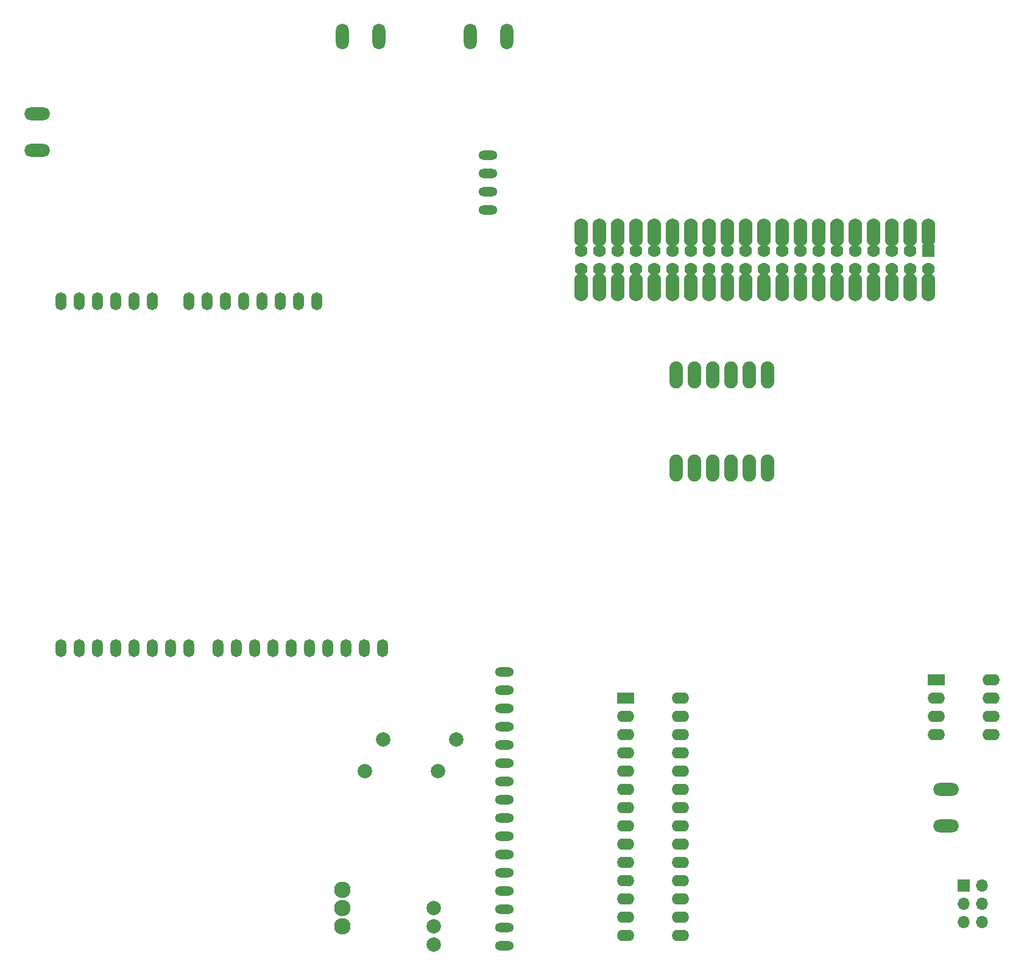
<source format=gbr>
G04 #@! TF.GenerationSoftware,KiCad,Pcbnew,5.0.2-bee76a0~70~ubuntu18.04.1*
G04 #@! TF.CreationDate,2019-01-08T12:20:38-06:00*
G04 #@! TF.ProjectId,MPPT_LCD_Pi,4d505054-5f4c-4434-945f-50692e6b6963,rev?*
G04 #@! TF.SameCoordinates,Original*
G04 #@! TF.FileFunction,Copper,L1,Top*
G04 #@! TF.FilePolarity,Positive*
%FSLAX46Y46*%
G04 Gerber Fmt 4.6, Leading zero omitted, Abs format (unit mm)*
G04 Created by KiCad (PCBNEW 5.0.2-bee76a0~70~ubuntu18.04.1) date Tue 08 Jan 2019 12:20:38 PM CST*
%MOMM*%
%LPD*%
G01*
G04 APERTURE LIST*
G04 #@! TA.AperFunction,ComponentPad*
%ADD10O,1.930400X3.860800*%
G04 #@! TD*
G04 #@! TA.AperFunction,ComponentPad*
%ADD11C,1.778000*%
G04 #@! TD*
G04 #@! TA.AperFunction,ComponentPad*
%ADD12R,1.778000X1.778000*%
G04 #@! TD*
G04 #@! TA.AperFunction,ComponentPad*
%ADD13O,1.500000X2.500000*%
G04 #@! TD*
G04 #@! TA.AperFunction,ComponentPad*
%ADD14R,2.400000X1.600000*%
G04 #@! TD*
G04 #@! TA.AperFunction,ComponentPad*
%ADD15O,2.400000X1.600000*%
G04 #@! TD*
G04 #@! TA.AperFunction,ComponentPad*
%ADD16C,2.000000*%
G04 #@! TD*
G04 #@! TA.AperFunction,ComponentPad*
%ADD17C,2.300000*%
G04 #@! TD*
G04 #@! TA.AperFunction,ComponentPad*
%ADD18O,2.616000X1.308000*%
G04 #@! TD*
G04 #@! TA.AperFunction,ComponentPad*
%ADD19O,3.581400X1.790700*%
G04 #@! TD*
G04 #@! TA.AperFunction,ComponentPad*
%ADD20O,1.790700X3.581400*%
G04 #@! TD*
G04 #@! TA.AperFunction,ComponentPad*
%ADD21O,1.879600X3.759200*%
G04 #@! TD*
G04 #@! TA.AperFunction,ComponentPad*
%ADD22R,1.700000X1.700000*%
G04 #@! TD*
G04 #@! TA.AperFunction,ComponentPad*
%ADD23O,1.700000X1.700000*%
G04 #@! TD*
G04 APERTURE END LIST*
D10*
G04 #@! TO.P,U$1,40_LONG*
G04 #@! TO.N,Net-(U$1-Pad40)*
X86578082Y-44478328D03*
G04 #@! TO.P,U$1,38_LONG*
G04 #@! TO.N,Net-(U$1-Pad38)*
X89118082Y-44478328D03*
G04 #@! TO.P,U$1,36_LONG*
G04 #@! TO.N,Net-(U$1-Pad36)*
X91658082Y-44478328D03*
G04 #@! TO.P,U$1,34_LONG*
G04 #@! TO.N,Net-(U$1-Pad34)*
X94198082Y-44478328D03*
G04 #@! TO.P,U$1,32_LONG*
G04 #@! TO.N,Net-(U$1-Pad32)*
X96738082Y-44478328D03*
G04 #@! TO.P,U$1,30_LONG*
G04 #@! TO.N,Net-(U$1-Pad30)*
X99278082Y-44478328D03*
G04 #@! TO.P,U$1,28_LONG*
G04 #@! TO.N,Net-(U$1-Pad28)*
X101818082Y-44478328D03*
G04 #@! TO.P,U$1,26_LONG*
G04 #@! TO.N,Net-(U$1-Pad26)*
X104358082Y-44478328D03*
G04 #@! TO.P,U$1,24_LONG*
G04 #@! TO.N,Net-(U$1-Pad24)*
X106898082Y-44478328D03*
G04 #@! TO.P,U$1,22_LONG*
G04 #@! TO.N,Net-(U$1-Pad22)*
X109438082Y-44478328D03*
G04 #@! TO.P,U$1,20_LONG*
G04 #@! TO.N,Net-(U$1-Pad20)*
X111978082Y-44478328D03*
G04 #@! TO.P,U$1,18_LONG*
G04 #@! TO.N,Net-(U$1-Pad18)*
X114518082Y-44478328D03*
G04 #@! TO.P,U$1,16_LONG*
G04 #@! TO.N,Net-(U$1-Pad16)*
X117058082Y-44478328D03*
G04 #@! TO.P,U$1,14_LONG*
G04 #@! TO.N,Net-(U$1-Pad14)*
X119598082Y-44478328D03*
G04 #@! TO.P,U$1,12_LONG*
G04 #@! TO.N,Net-(U$1-Pad12)*
X122138082Y-44478328D03*
G04 #@! TO.P,U$1,10_LONG*
G04 #@! TO.N,Net-(U$1-Pad10)*
X124678082Y-44478328D03*
G04 #@! TO.P,U$1,8_LONG*
G04 #@! TO.N,Net-(U$1-Pad8)*
X127218082Y-44478328D03*
G04 #@! TO.P,U$1,6_LONG*
G04 #@! TO.N,Net-(U$1-Pad6)*
X129758082Y-44478328D03*
G04 #@! TO.P,U$1,4_LONG*
G04 #@! TO.N,Net-(U$1-Pad4)*
X132298082Y-44478328D03*
G04 #@! TO.P,U$1,2_LONG*
G04 #@! TO.N,/5V_Pi*
X134838082Y-44478328D03*
G04 #@! TO.P,U$1,39_LONG*
G04 #@! TO.N,Net-(U$1-Pad39)*
X86578082Y-36858329D03*
G04 #@! TO.P,U$1,37_LONG*
G04 #@! TO.N,Net-(U$1-Pad37)*
X89118082Y-36858329D03*
G04 #@! TO.P,U$1,35_LONG*
G04 #@! TO.N,Net-(U$1-Pad35)*
X91658082Y-36858329D03*
G04 #@! TO.P,U$1,33_LONG*
G04 #@! TO.N,Net-(U$1-Pad33)*
X94198082Y-36858329D03*
G04 #@! TO.P,U$1,31_LONG*
G04 #@! TO.N,Net-(U$1-Pad31)*
X96738082Y-36858329D03*
G04 #@! TO.P,U$1,29_LONG*
G04 #@! TO.N,Net-(U$1-Pad29)*
X99278082Y-36858329D03*
G04 #@! TO.P,U$1,27_LONG*
G04 #@! TO.N,Net-(U$1-Pad27)*
X101818082Y-36858329D03*
G04 #@! TO.P,U$1,25_LONG*
G04 #@! TO.N,Net-(U$1-Pad25)*
X104358082Y-36858329D03*
G04 #@! TO.P,U$1,23_LONG*
G04 #@! TO.N,Net-(U$1-Pad23)*
X106898082Y-36858329D03*
G04 #@! TO.P,U$1,21_LONG*
G04 #@! TO.N,Net-(U$1-Pad21)*
X109438082Y-36858329D03*
G04 #@! TO.P,U$1,19_LONG*
G04 #@! TO.N,Net-(U$1-Pad19)*
X111978082Y-36858329D03*
G04 #@! TO.P,U$1,17_LONG*
G04 #@! TO.N,+3V3*
X114518082Y-36858329D03*
G04 #@! TO.P,U$1,15_LONG*
G04 #@! TO.N,Net-(U$1-Pad15)*
X117058082Y-36858329D03*
G04 #@! TO.P,U$1,13_LONG*
G04 #@! TO.N,Net-(U$1-Pad13)*
X119598082Y-36858329D03*
G04 #@! TO.P,U$1,11_LONG*
G04 #@! TO.N,Net-(U$1-Pad11)*
X122138082Y-36858329D03*
G04 #@! TO.P,U$1,9_LONG*
G04 #@! TO.N,Net-(U$1-Pad9)*
X124678082Y-36858329D03*
G04 #@! TO.P,U$1,7_LONG*
G04 #@! TO.N,Net-(U$1-Pad7)*
X127218082Y-36858329D03*
G04 #@! TO.P,U$1,5_LONG*
G04 #@! TO.N,Net-(U$1-Pad5)*
X129758082Y-36858329D03*
G04 #@! TO.P,U$1,3_LONG*
G04 #@! TO.N,Net-(U$1-Pad3)*
X132298082Y-36858329D03*
G04 #@! TO.P,U$1,1_LONG*
G04 #@! TO.N,Net-(U$1-Pad1)*
X134838082Y-36858329D03*
D11*
G04 #@! TO.P,U$1,40*
G04 #@! TO.N,Net-(U$1-Pad40)*
X86562650Y-41920218D03*
G04 #@! TO.P,U$1,39*
G04 #@! TO.N,Net-(U$1-Pad39)*
X86562650Y-39380219D03*
G04 #@! TO.P,U$1,38*
G04 #@! TO.N,Net-(U$1-Pad38)*
X89102650Y-41920218D03*
G04 #@! TO.P,U$1,37*
G04 #@! TO.N,Net-(U$1-Pad37)*
X89102650Y-39380219D03*
G04 #@! TO.P,U$1,36*
G04 #@! TO.N,Net-(U$1-Pad36)*
X91642650Y-41920218D03*
G04 #@! TO.P,U$1,35*
G04 #@! TO.N,Net-(U$1-Pad35)*
X91642650Y-39380219D03*
G04 #@! TO.P,U$1,34*
G04 #@! TO.N,Net-(U$1-Pad34)*
X94182650Y-41920218D03*
G04 #@! TO.P,U$1,33*
G04 #@! TO.N,Net-(U$1-Pad33)*
X94182650Y-39380219D03*
G04 #@! TO.P,U$1,32*
G04 #@! TO.N,Net-(U$1-Pad32)*
X96722650Y-41920218D03*
G04 #@! TO.P,U$1,31*
G04 #@! TO.N,Net-(U$1-Pad31)*
X96722650Y-39380219D03*
G04 #@! TO.P,U$1,30*
G04 #@! TO.N,Net-(U$1-Pad30)*
X99262650Y-41920218D03*
G04 #@! TO.P,U$1,29*
G04 #@! TO.N,Net-(U$1-Pad29)*
X99262650Y-39380219D03*
G04 #@! TO.P,U$1,28*
G04 #@! TO.N,Net-(U$1-Pad28)*
X101802650Y-41920218D03*
G04 #@! TO.P,U$1,27*
G04 #@! TO.N,Net-(U$1-Pad27)*
X101802650Y-39380219D03*
G04 #@! TO.P,U$1,26*
G04 #@! TO.N,Net-(U$1-Pad26)*
X104342650Y-41920218D03*
G04 #@! TO.P,U$1,25*
G04 #@! TO.N,Net-(U$1-Pad25)*
X104342650Y-39380219D03*
G04 #@! TO.P,U$1,24*
G04 #@! TO.N,Net-(U$1-Pad24)*
X106882650Y-41920218D03*
G04 #@! TO.P,U$1,23*
G04 #@! TO.N,Net-(U$1-Pad23)*
X106882650Y-39380219D03*
G04 #@! TO.P,U$1,22*
G04 #@! TO.N,Net-(U$1-Pad22)*
X109422650Y-41920218D03*
G04 #@! TO.P,U$1,21*
G04 #@! TO.N,Net-(U$1-Pad21)*
X109422650Y-39380219D03*
G04 #@! TO.P,U$1,20*
G04 #@! TO.N,Net-(U$1-Pad20)*
X111962650Y-41920218D03*
G04 #@! TO.P,U$1,19*
G04 #@! TO.N,Net-(U$1-Pad19)*
X111962650Y-39380219D03*
G04 #@! TO.P,U$1,18*
G04 #@! TO.N,Net-(U$1-Pad18)*
X114502650Y-41920218D03*
G04 #@! TO.P,U$1,17*
G04 #@! TO.N,+3V3*
X114502650Y-39380219D03*
G04 #@! TO.P,U$1,16*
G04 #@! TO.N,Net-(U$1-Pad16)*
X117042650Y-41920218D03*
G04 #@! TO.P,U$1,15*
G04 #@! TO.N,Net-(U$1-Pad15)*
X117042650Y-39380219D03*
G04 #@! TO.P,U$1,14*
G04 #@! TO.N,Net-(U$1-Pad14)*
X119582650Y-41920218D03*
G04 #@! TO.P,U$1,13*
G04 #@! TO.N,Net-(U$1-Pad13)*
X119582650Y-39380219D03*
G04 #@! TO.P,U$1,12*
G04 #@! TO.N,Net-(U$1-Pad12)*
X122122650Y-41920218D03*
G04 #@! TO.P,U$1,11*
G04 #@! TO.N,Net-(U$1-Pad11)*
X122122650Y-39380219D03*
G04 #@! TO.P,U$1,10*
G04 #@! TO.N,Net-(U$1-Pad10)*
X124662650Y-41920218D03*
G04 #@! TO.P,U$1,9*
G04 #@! TO.N,Net-(U$1-Pad9)*
X124662650Y-39380219D03*
G04 #@! TO.P,U$1,8*
G04 #@! TO.N,Net-(U$1-Pad8)*
X127202650Y-41920218D03*
G04 #@! TO.P,U$1,7*
G04 #@! TO.N,Net-(U$1-Pad7)*
X127202650Y-39380219D03*
G04 #@! TO.P,U$1,6*
G04 #@! TO.N,Net-(U$1-Pad6)*
X129742650Y-41920218D03*
G04 #@! TO.P,U$1,5*
G04 #@! TO.N,Net-(U$1-Pad5)*
X129742650Y-39380219D03*
G04 #@! TO.P,U$1,4*
G04 #@! TO.N,Net-(U$1-Pad4)*
X132282650Y-41920218D03*
G04 #@! TO.P,U$1,3*
G04 #@! TO.N,Net-(U$1-Pad3)*
X132282650Y-39380219D03*
G04 #@! TO.P,U$1,2*
G04 #@! TO.N,/5V_Pi*
X134822650Y-41920218D03*
D12*
G04 #@! TO.P,U$1,1*
G04 #@! TO.N,Net-(U$1-Pad1)*
X134822650Y-39380219D03*
G04 #@! TD*
D13*
G04 #@! TO.P,A1,16*
G04 #@! TO.N,Net-(A1-Pad16)*
X16745999Y-94672669D03*
G04 #@! TO.P,A1,15*
G04 #@! TO.N,Net-(A1-Pad15)*
X14205999Y-94672669D03*
G04 #@! TO.P,A1,30*
G04 #@! TO.N,Net-(A1-Pad30)*
X53825999Y-94672669D03*
G04 #@! TO.P,A1,14*
G04 #@! TO.N,Net-(A1-Pad14)*
X14205999Y-46412669D03*
G04 #@! TO.P,A1,29*
G04 #@! TO.N,Net-(A1-Pad29)*
X51285999Y-94672669D03*
G04 #@! TO.P,A1,13*
G04 #@! TO.N,Net-(A1-Pad13)*
X16745999Y-46412669D03*
G04 #@! TO.P,A1,28*
G04 #@! TO.N,Net-(A1-Pad28)*
X48745999Y-94672669D03*
G04 #@! TO.P,A1,12*
G04 #@! TO.N,Net-(A1-Pad12)*
X19285999Y-46412669D03*
G04 #@! TO.P,A1,27*
G04 #@! TO.N,Net-(A1-Pad27)*
X46205999Y-94672669D03*
G04 #@! TO.P,A1,11*
G04 #@! TO.N,Net-(A1-Pad11)*
X21825999Y-46412669D03*
G04 #@! TO.P,A1,26*
G04 #@! TO.N,Net-(A1-Pad26)*
X43665999Y-94672669D03*
G04 #@! TO.P,A1,10*
G04 #@! TO.N,Net-(A1-Pad10)*
X24365999Y-46412669D03*
G04 #@! TO.P,A1,25*
G04 #@! TO.N,Net-(A1-Pad25)*
X41125999Y-94672669D03*
G04 #@! TO.P,A1,9*
G04 #@! TO.N,Net-(A1-Pad9)*
X26905999Y-46412669D03*
G04 #@! TO.P,A1,24*
G04 #@! TO.N,Net-(A1-Pad24)*
X38585999Y-94672669D03*
G04 #@! TO.P,A1,8*
G04 #@! TO.N,Net-(A1-Pad8)*
X31985999Y-46412669D03*
G04 #@! TO.P,A1,23*
G04 #@! TO.N,Net-(A1-Pad23)*
X36045999Y-94672669D03*
G04 #@! TO.P,A1,7*
G04 #@! TO.N,GND*
X34525999Y-46412669D03*
G04 #@! TO.P,A1,22*
G04 #@! TO.N,Net-(A1-Pad22)*
X31985999Y-94672669D03*
G04 #@! TO.P,A1,6*
G04 #@! TO.N,Net-(A1-Pad6)*
X37065999Y-46412669D03*
G04 #@! TO.P,A1,21*
G04 #@! TO.N,Net-(A1-Pad21)*
X29445999Y-94672669D03*
G04 #@! TO.P,A1,5*
G04 #@! TO.N,Net-(A1-Pad5)*
X39605999Y-46412669D03*
G04 #@! TO.P,A1,20*
G04 #@! TO.N,Net-(A1-Pad20)*
X26905999Y-94672669D03*
G04 #@! TO.P,A1,4*
G04 #@! TO.N,Net-(A1-Pad4)*
X42145999Y-46412669D03*
G04 #@! TO.P,A1,19*
G04 #@! TO.N,Net-(A1-Pad19)*
X24365999Y-94672669D03*
G04 #@! TO.P,A1,3*
G04 #@! TO.N,Net-(A1-Pad3)*
X44685999Y-46412669D03*
G04 #@! TO.P,A1,18*
G04 #@! TO.N,Net-(A1-Pad18)*
X21825999Y-94672669D03*
G04 #@! TO.P,A1,2*
G04 #@! TO.N,Net-(A1-Pad2)*
X47225999Y-46412669D03*
G04 #@! TO.P,A1,17*
G04 #@! TO.N,Net-(A1-Pad17)*
X19285999Y-94672669D03*
G04 #@! TO.P,A1,1*
G04 #@! TO.N,Net-(A1-Pad1)*
X49765999Y-46412669D03*
G04 #@! TO.P,A1,31*
G04 #@! TO.N,Net-(A1-Pad31)*
X56365999Y-94672669D03*
G04 #@! TO.P,A1,32*
G04 #@! TO.N,Net-(A1-Pad32)*
X58905999Y-94672669D03*
G04 #@! TD*
D14*
G04 #@! TO.P,IC1,1*
G04 #@! TO.N,Net-(IC1-Pad1)*
X92710000Y-101600000D03*
D15*
G04 #@! TO.P,IC1,15*
G04 #@! TO.N,Net-(IC1-Pad15)*
X100330000Y-134620000D03*
G04 #@! TO.P,IC1,2*
G04 #@! TO.N,Net-(IC1-Pad2)*
X92710000Y-104140000D03*
G04 #@! TO.P,IC1,16*
G04 #@! TO.N,Net-(IC1-Pad16)*
X100330000Y-132080000D03*
G04 #@! TO.P,IC1,3*
G04 #@! TO.N,Net-(IC1-Pad3)*
X92710000Y-106680000D03*
G04 #@! TO.P,IC1,17*
G04 #@! TO.N,Net-(IC1-Pad17)*
X100330000Y-129540000D03*
G04 #@! TO.P,IC1,4*
G04 #@! TO.N,Net-(IC1-Pad4)*
X92710000Y-109220000D03*
G04 #@! TO.P,IC1,18*
G04 #@! TO.N,+5V*
X100330000Y-127000000D03*
G04 #@! TO.P,IC1,5*
G04 #@! TO.N,Net-(IC1-Pad5)*
X92710000Y-111760000D03*
G04 #@! TO.P,IC1,19*
G04 #@! TO.N,Net-(IC1-Pad19)*
X100330000Y-124460000D03*
G04 #@! TO.P,IC1,6*
G04 #@! TO.N,Net-(IC1-Pad6)*
X92710000Y-114300000D03*
G04 #@! TO.P,IC1,20*
G04 #@! TO.N,Net-(IC1-Pad20)*
X100330000Y-121920000D03*
G04 #@! TO.P,IC1,7*
G04 #@! TO.N,Net-(IC1-Pad7)*
X92710000Y-116840000D03*
G04 #@! TO.P,IC1,21*
G04 #@! TO.N,Net-(IC1-Pad21)*
X100330000Y-119380000D03*
G04 #@! TO.P,IC1,8*
G04 #@! TO.N,Net-(IC1-Pad8)*
X92710000Y-119380000D03*
G04 #@! TO.P,IC1,22*
G04 #@! TO.N,Net-(IC1-Pad22)*
X100330000Y-116840000D03*
G04 #@! TO.P,IC1,9*
G04 #@! TO.N,+5V*
X92710000Y-121920000D03*
G04 #@! TO.P,IC1,23*
G04 #@! TO.N,Net-(IC1-Pad23)*
X100330000Y-114300000D03*
G04 #@! TO.P,IC1,10*
G04 #@! TO.N,GND*
X92710000Y-124460000D03*
G04 #@! TO.P,IC1,24*
G04 #@! TO.N,Net-(IC1-Pad24)*
X100330000Y-111760000D03*
G04 #@! TO.P,IC1,11*
G04 #@! TO.N,N/C*
X92710000Y-127000000D03*
G04 #@! TO.P,IC1,25*
G04 #@! TO.N,Net-(IC1-Pad25)*
X100330000Y-109220000D03*
G04 #@! TO.P,IC1,12*
G04 #@! TO.N,Net-(A1-Pad32)*
X92710000Y-129540000D03*
G04 #@! TO.P,IC1,26*
G04 #@! TO.N,Net-(IC1-Pad26)*
X100330000Y-106680000D03*
G04 #@! TO.P,IC1,13*
G04 #@! TO.N,Net-(IC1-Pad13)*
X92710000Y-132080000D03*
G04 #@! TO.P,IC1,27*
G04 #@! TO.N,Net-(IC1-Pad27)*
X100330000Y-104140000D03*
G04 #@! TO.P,IC1,14*
G04 #@! TO.N,N/C*
X92710000Y-134620000D03*
G04 #@! TO.P,IC1,28*
G04 #@! TO.N,Net-(IC1-Pad28)*
X100330000Y-101600000D03*
G04 #@! TD*
D14*
G04 #@! TO.P,SW1,1*
G04 #@! TO.N,Net-(IC1-Pad24)*
X135890000Y-99060000D03*
D15*
G04 #@! TO.P,SW1,5*
G04 #@! TO.N,GND*
X143510000Y-106680000D03*
G04 #@! TO.P,SW1,2*
G04 #@! TO.N,Net-(IC1-Pad23)*
X135890000Y-101600000D03*
G04 #@! TO.P,SW1,6*
G04 #@! TO.N,GND*
X143510000Y-104140000D03*
G04 #@! TO.P,SW1,3*
G04 #@! TO.N,Net-(IC1-Pad22)*
X135890000Y-104140000D03*
G04 #@! TO.P,SW1,7*
G04 #@! TO.N,GND*
X143510000Y-101600000D03*
G04 #@! TO.P,SW1,4*
G04 #@! TO.N,Net-(IC1-Pad21)*
X135890000Y-106680000D03*
G04 #@! TO.P,SW1,8*
G04 #@! TO.N,GND*
X143510000Y-99060000D03*
G04 #@! TD*
D16*
G04 #@! TO.P,TM1,1*
G04 #@! TO.N,GND*
X66040000Y-135890000D03*
G04 #@! TO.P,TM1,2*
G04 #@! TO.N,Net-(TM1-Pad2)*
X66040000Y-133350000D03*
G04 #@! TO.P,TM1,3*
G04 #@! TO.N,+5V*
X66040000Y-130810000D03*
G04 #@! TD*
D17*
G04 #@! TO.P,SW2,3*
G04 #@! TO.N,Net-(SW2-Pad3)*
X53340000Y-128270000D03*
G04 #@! TO.P,SW2,2*
G04 #@! TO.N,Net-(A1-Pad5)*
X53340000Y-130810000D03*
G04 #@! TO.P,SW2,1*
G04 #@! TO.N,+5V*
X53340000Y-133350000D03*
G04 #@! TD*
D18*
G04 #@! TO.P,X1,VCC*
G04 #@! TO.N,/5V_Pi*
X73620000Y-28650000D03*
G04 #@! TO.P,X1,GND*
G04 #@! TO.N,GND*
X73620000Y-26110000D03*
G04 #@! TO.P,X1,SCL*
G04 #@! TO.N,Net-(U$1-Pad5)*
X73620000Y-33730000D03*
G04 #@! TO.P,X1,SDA*
G04 #@! TO.N,Net-(U$1-Pad3)*
X73620000Y-31190000D03*
G04 #@! TD*
G04 #@! TO.P,X2,16*
G04 #@! TO.N,GND*
X75890000Y-97950000D03*
G04 #@! TO.P,X2,15*
G04 #@! TO.N,+5V*
X75890000Y-100490000D03*
G04 #@! TO.P,X2,14*
G04 #@! TO.N,Net-(IC1-Pad2)*
X75890000Y-103030000D03*
G04 #@! TO.P,X2,13*
G04 #@! TO.N,Net-(IC1-Pad3)*
X75890000Y-105570000D03*
G04 #@! TO.P,X2,12*
G04 #@! TO.N,Net-(IC1-Pad4)*
X75890000Y-108110000D03*
G04 #@! TO.P,X2,11*
G04 #@! TO.N,Net-(IC1-Pad5)*
X75890000Y-110650000D03*
G04 #@! TO.P,X2,10*
G04 #@! TO.N,Net-(X2-Pad10)*
X75890000Y-113190000D03*
G04 #@! TO.P,X2,9*
G04 #@! TO.N,Net-(X2-Pad9)*
X75890000Y-115730000D03*
G04 #@! TO.P,X2,8*
G04 #@! TO.N,Net-(X2-Pad8)*
X75890000Y-118270000D03*
G04 #@! TO.P,X2,7*
G04 #@! TO.N,Net-(X2-Pad7)*
X75890000Y-120810000D03*
G04 #@! TO.P,X2,6*
G04 #@! TO.N,Net-(IC1-Pad6)*
X75890000Y-123350000D03*
G04 #@! TO.P,X2,5*
G04 #@! TO.N,Net-(IC1-Pad7)*
X75890000Y-125890000D03*
G04 #@! TO.P,X2,4*
G04 #@! TO.N,Net-(IC1-Pad8)*
X75890000Y-128430000D03*
G04 #@! TO.P,X2,3*
G04 #@! TO.N,Net-(TM1-Pad2)*
X75890000Y-130970000D03*
G04 #@! TO.P,X2,2*
G04 #@! TO.N,+5V*
X75890000Y-133510000D03*
G04 #@! TO.P,X2,1*
G04 #@! TO.N,GND*
X75890000Y-136050000D03*
G04 #@! TD*
D19*
G04 #@! TO.P,U1,1*
G04 #@! TO.N,Net-(U1-Pad1)*
X10947400Y-25400000D03*
G04 #@! TO.P,U1,2*
G04 #@! TO.N,Net-(U1-Pad2)*
X10947400Y-20320000D03*
G04 #@! TD*
D20*
G04 #@! TO.P,U2,2*
G04 #@! TO.N,Net-(U2-Pad2)*
X58420000Y-9525000D03*
G04 #@! TO.P,U2,1*
G04 #@! TO.N,Net-(U2-Pad1)*
X53340000Y-9525000D03*
G04 #@! TD*
D19*
G04 #@! TO.P,U4,2*
G04 #@! TO.N,Net-(U4-Pad2)*
X137287000Y-119380000D03*
G04 #@! TO.P,U4,1*
G04 #@! TO.N,Net-(U4-Pad1)*
X137287000Y-114300000D03*
G04 #@! TD*
D20*
G04 #@! TO.P,U5,2*
G04 #@! TO.N,/5V_Pi*
X76200000Y-9525000D03*
G04 #@! TO.P,U5,1*
G04 #@! TO.N,GND*
X71120000Y-9525000D03*
G04 #@! TD*
D21*
G04 #@! TO.P,U$2,3*
G04 #@! TO.N,Net-(U$1-Pad8)*
X107407809Y-56616756D03*
G04 #@! TO.P,U$2,4*
G04 #@! TO.N,Net-(U$1-Pad10)*
X104867809Y-56616756D03*
G04 #@! TO.P,U$2,5*
G04 #@! TO.N,LV3*
X102327809Y-56616756D03*
G04 #@! TO.P,U$2,6*
G04 #@! TO.N,LV4*
X99787809Y-56616756D03*
G04 #@! TO.P,U$2,2*
G04 #@! TO.N,Net-(U$1-Pad6)*
X109947809Y-56616756D03*
G04 #@! TO.P,U$2,1*
G04 #@! TO.N,+3V3*
X112487809Y-56616756D03*
G04 #@! TO.P,U$2,10*
G04 #@! TO.N,Net-(A1-Pad15)*
X107407809Y-69616756D03*
G04 #@! TO.P,U$2,9*
G04 #@! TO.N,Net-(A1-Pad16)*
X104867809Y-69616756D03*
G04 #@! TO.P,U$2,8*
G04 #@! TO.N,Net-(U$2-Pad8)*
X102327809Y-69616756D03*
G04 #@! TO.P,U$2,7*
G04 #@! TO.N,Net-(U$2-Pad7)*
X99787809Y-69616756D03*
G04 #@! TO.P,U$2,11*
G04 #@! TO.N,GND*
X109947809Y-69616756D03*
G04 #@! TO.P,U$2,12*
G04 #@! TO.N,/5V_Pi*
X112487809Y-69616756D03*
G04 #@! TD*
D16*
G04 #@! TO.P,R1,2*
G04 #@! TO.N,Net-(A1-Pad31)*
X56515000Y-111760000D03*
G04 #@! TO.P,R1,1*
G04 #@! TO.N,+5V*
X66675000Y-111760000D03*
G04 #@! TD*
G04 #@! TO.P,R2,1*
G04 #@! TO.N,+5V*
X69215000Y-107315000D03*
G04 #@! TO.P,R2,2*
G04 #@! TO.N,Net-(A1-Pad32)*
X59055000Y-107315000D03*
G04 #@! TD*
D22*
G04 #@! TO.P,J1,1*
G04 #@! TO.N,Net-(IC1-Pad17)*
X139700000Y-127635000D03*
D23*
G04 #@! TO.P,J1,2*
G04 #@! TO.N,GND*
X142240000Y-127635000D03*
G04 #@! TO.P,J1,3*
G04 #@! TO.N,Net-(IC1-Pad16)*
X139700000Y-130175000D03*
G04 #@! TO.P,J1,4*
G04 #@! TO.N,GND*
X142240000Y-130175000D03*
G04 #@! TO.P,J1,5*
G04 #@! TO.N,Net-(IC1-Pad15)*
X139700000Y-132715000D03*
G04 #@! TO.P,J1,6*
G04 #@! TO.N,GND*
X142240000Y-132715000D03*
G04 #@! TD*
M02*

</source>
